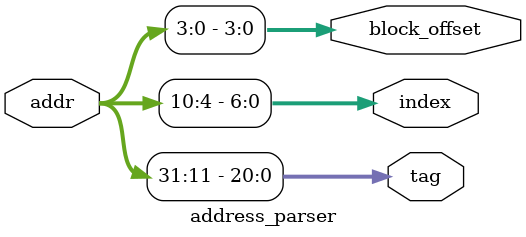
<source format=v>
module address_parser (
    input  [31:0] addr,
    output [20:0] tag,
    output [6:0]  index,
    output [3:0]  block_offset
);

assign tag = addr[31:11];

assign index = addr[10:4];

assign block_offset = addr[3:0];

endmodule

</source>
